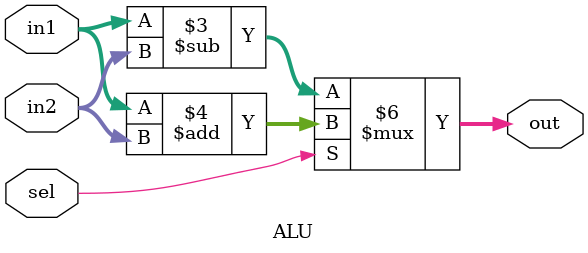
<source format=v>
module ALU (out,in1,in2,sel);
input sel;
input [15:0] in1,in2;
output reg [15:0] out;
always @ (*)
if (sel == 0) out = in1 - in2;
else out = in1 + in2;
endmodule

</source>
